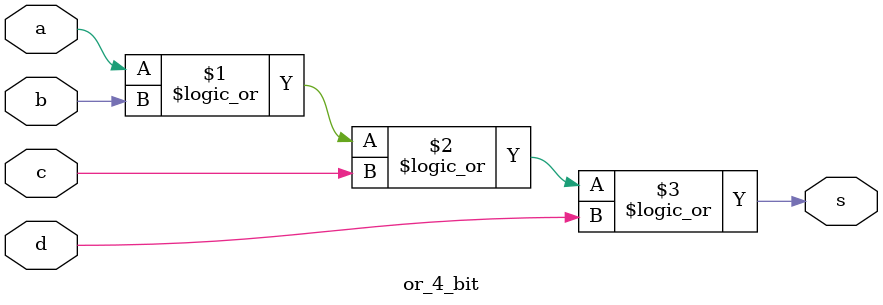
<source format=v>
module or_4_bit (
    input wire a,
    input wire b,
    input wire c,
    input wire d,
    output wire s  
);

assign s = a || b || c || d;


endmodule
</source>
